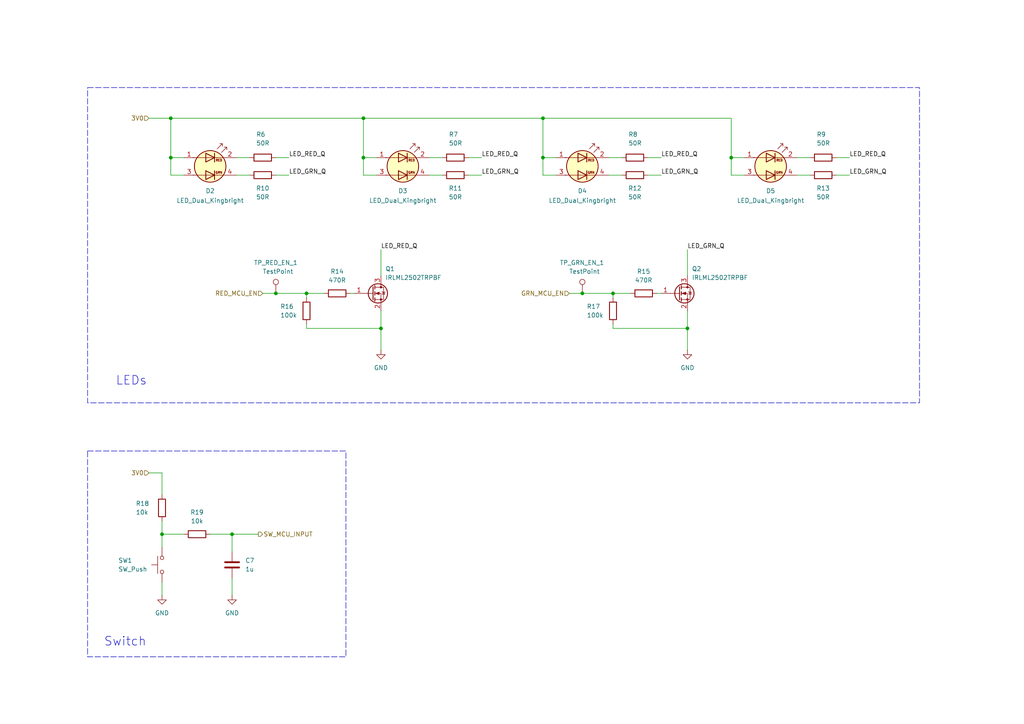
<source format=kicad_sch>
(kicad_sch (version 20231120) (generator "eeschema") (generator_version "8.0")
  (paper "A4")
  (title_block (title "Light Doorbell") (date "2024-10-21") (rev "V1.0") (company "Aalto ELEC-E8745") (comment 1 "Esteban CADIC"))
  (lib_symbols
    (symbol "PRJ_SYMBOLS:C" (pin_numbers hide) (pin_names (offset 0.254))
      (property "Reference" "C" (at 0.635 2.54 0))
      (property "Value" "C" (at 0.635 -2.54 0))
      (symbol "C_0_1"
        (polyline (pts (xy -2.032 -0.762) (xy 2.032 -0.762)) (stroke (width 0.508)))
        (polyline (pts (xy -2.032 0.762) (xy 2.032 0.762)) (stroke (width 0.508)))
      )
      (symbol "C_1_1"
        (pin passive line (at 0 3.81 270) (length 2.794) (name "~") (number "1"))
        (pin passive line (at 0 -3.81 90) (length 2.794) (name "~") (number "2"))
      )
    )
    (symbol "PRJ_SYMBOLS:GND" (power) (pin_numbers hide) (pin_names (offset 0) hide)
      (property "Value" "GND" (at 0 -3.81 0))
      (symbol "GND_0_1"
        (polyline (pts (xy 0 0) (xy 0 -1.27) (xy 1.27 -1.27) (xy 0 -2.54) (xy -1.27 -1.27) (xy 0 -1.27)))
      )
      (symbol "GND_1_1"
        (pin power_in line (at 0 0 270) (length 0) (name "~") (number "1"))
      )
    )
    (symbol "PRJ_SYMBOLS:IRLML2502TRPBF" (pin_names hide)
      (property "Reference" "Q" (at 5.08 1.905 0))
      (property "Value" "IRLML2502TRPBF" (at 5.08 0 0))
      (symbol "IRLML2502TRPBF_0_1"
        (polyline (pts (xy 0.254 0) (xy -2.54 0)))
        (polyline (pts (xy 0.254 1.905) (xy 0.254 -1.905)) (stroke (width 0.254)))
        (polyline (pts (xy 0.762 -1.27) (xy 0.762 -2.286)) (stroke (width 0.254)))
        (polyline (pts (xy 0.762 0.508) (xy 0.762 -0.508)) (stroke (width 0.254)))
        (polyline (pts (xy 0.762 2.286) (xy 0.762 1.27)) (stroke (width 0.254)))
        (polyline (pts (xy 2.54 2.54) (xy 2.54 1.778)))
        (polyline (pts (xy 2.54 -2.54) (xy 2.54 0) (xy 0.762 0)))
        (polyline (pts (xy 0.762 -1.778) (xy 3.302 -1.778) (xy 3.302 1.778) (xy 0.762 1.778)))
        (polyline (pts (xy 1.016 0) (xy 2.032 0.381) (xy 2.032 -0.381) (xy 1.016 0)) (fill (type outline)))
        (polyline (pts (xy 2.794 0.508) (xy 2.921 0.381) (xy 3.683 0.381) (xy 3.81 0.254)))
        (polyline (pts (xy 3.302 0.381) (xy 2.921 -0.254) (xy 3.683 -0.254) (xy 3.302 0.381)))
        (circle (center 1.651 0) (radius 2.794) (stroke (width 0.254)))
        (circle (center 2.54 -1.778) (radius 0.254) (fill (type outline)))
        (circle (center 2.54 1.778) (radius 0.254) (fill (type outline)))
      )
      (symbol "IRLML2502TRPBF_1_1"
        (pin input line (at -5.08 0 0) (length 2.54) (name "G") (number "1"))
        (pin passive line (at 2.54 -5.08 90) (length 2.54) (name "S") (number "2"))
        (pin passive line (at 2.54 5.08 270) (length 2.54) (name "D") (number "3"))
      )
    )
    (symbol "PRJ_SYMBOLS:LED_Dual_Kingbright" (pin_names (offset 0) hide)
      (property "Reference" "D" (at 0 5.715 0))
      (property "Value" "LED_Dual_Kingbright" (at 0 -6.35 0))
      (symbol "LED_Dual_Kingbright_0_1"
        (polyline (pts (xy -5.08 -2.54) (xy 2.032 -2.54)))
        (polyline (pts (xy -5.08 2.54) (xy 2.032 2.54)))
        (polyline (pts (xy 1.27 -1.27) (xy 1.27 -3.81)) (stroke (width 0.254)))
        (polyline (pts (xy 1.27 3.81) (xy 1.27 1.27)) (stroke (width 0.254)))
        (polyline (pts (xy 3.81 -2.54) (xy 1.905 -2.54)))
        (polyline (pts (xy 3.81 2.54) (xy 1.905 2.54)))
        (polyline (pts (xy -1.27 -1.27) (xy -1.27 -3.81) (xy 1.27 -2.54) (xy -1.27 -1.27)) (stroke (width 0.254)))
        (polyline (pts (xy -1.27 3.81) (xy -1.27 1.27) (xy 1.27 2.54) (xy -1.27 3.81)) (stroke (width 0.254)))
        (polyline (pts (xy 2.032 5.08) (xy 3.556 6.604) (xy 2.794 6.604) (xy 3.556 6.604) (xy 3.556 5.842)))
        (polyline (pts (xy 3.302 4.064) (xy 4.826 5.588) (xy 4.064 5.588) (xy 4.826 5.588) (xy 4.826 4.826)))
        (circle (center 0 0) (radius 4.572) (stroke (width 0.254)) (fill (type background)))
      )
      (symbol "LED_Dual_Kingbright_1_1"
        (text "GRN" (at 2.54 -1.778 0) (effects (font (size 0.635 0.635))))
        (text "RED" (at 2.54 1.778 0) (effects (font (size 0.635 0.635))))
        (pin input line (at -7.62 2.54 0) (length 3.048) (name "A1") (number "1"))
        (pin input line (at 7.62 2.54 180) (length 3.81) (name "K1") (number "2"))
        (pin input line (at -7.62 -2.54 0) (length 3.048) (name "A2") (number "3"))
        (pin input line (at 7.62 -2.54 180) (length 3.81) (name "K2") (number "4"))
      )
    )
    (symbol "PRJ_SYMBOLS:R" (pin_numbers hide) (pin_names (offset 0))
      (property "Reference" "R" (at 2.032 0 90))
      (property "Value" "R" (at 0 0 90))
      (symbol "R_0_1"
        (rectangle (start -1.016 -2.54) (end 1.016 2.54) (stroke (width 0.254)))
      )
      (symbol "R_1_1"
        (pin passive line (at 0 3.81 270) (length 1.27) (name "~") (number "1"))
        (pin passive line (at 0 -3.81 90) (length 1.27) (name "~") (number "2"))
      )
    )
    (symbol "PRJ_SYMBOLS:SW_Push" (pin_numbers hide) (pin_names (offset 1.016) hide)
      (property "Reference" "SW" (at 1.27 2.54 0))
      (property "Value" "SW_Push" (at 0 -1.524 0))
      (symbol "SW_Push_0_1"
        (circle (center -2.032 0) (radius 0.508))
        (polyline (pts (xy 0 1.27) (xy 0 3.048)))
        (polyline (pts (xy 2.54 1.27) (xy -2.54 1.27)))
        (circle (center 2.032 0) (radius 0.508))
        (pin passive line (at -5.08 0 0) (length 2.54) (name "1") (number "1"))
        (pin passive line (at 5.08 0 180) (length 2.54) (name "2") (number "2"))
      )
    )
    (symbol "PRJ_SYMBOLS:TestPoint" (pin_numbers hide) (pin_names (offset 0.762) hide)
      (property "Reference" "TP" (at 0 6.858 0))
      (property "Value" "TestPoint" (at 0 5.08 0))
      (symbol "TestPoint_0_1"
        (circle (center 0 3.302) (radius 0.762))
      )
      (symbol "TestPoint_1_1"
        (pin passive line (at 0 0 90) (length 2.54) (name "1") (number "1"))
      )
    )
  )
  (junction (at 49.53 34.29))
  (junction (at 199.39 95.25))
  (junction (at 105.41 34.29))
  (junction (at 49.53 45.72))
  (junction (at 46.99 154.94))
  (junction (at 88.9 85.09))
  (junction (at 212.09 45.72))
  (junction (at 177.8 85.09))
  (junction (at 105.41 45.72))
  (junction (at 67.31 154.94))
  (junction (at 157.48 45.72))
  (junction (at 110.49 95.25))
  (junction (at 80.01 85.09))
  (junction (at 168.91 85.09))
  (junction (at 157.48 34.29))
  (wire (pts (xy 60.96 154.94) (xy 67.31 154.94)))
  (wire (pts (xy 110.49 72.39) (xy 110.49 80.01)))
  (wire (pts (xy 80.01 85.09) (xy 88.9 85.09)))
  (wire (pts (xy 68.58 45.72) (xy 72.39 45.72)))
  (wire (pts (xy 212.09 34.29) (xy 212.09 45.72)))
  (wire (pts (xy 157.48 45.72) (xy 161.29 45.72)))
  (wire (pts (xy 46.99 154.94) (xy 53.34 154.94)))
  (wire (pts (xy 43.18 34.29) (xy 49.53 34.29)))
  (wire (pts (xy 46.99 137.16) (xy 43.18 137.16)))
  (wire (pts (xy 49.53 45.72) (xy 53.34 45.72)))
  (wire (pts (xy 190.5 85.09) (xy 191.77 85.09)))
  (wire (pts (xy 105.41 45.72) (xy 109.22 45.72)))
  (wire (pts (xy 168.91 85.09) (xy 177.8 85.09)))
  (wire (pts (xy 68.58 50.8) (xy 72.39 50.8)))
  (wire (pts (xy 157.48 50.8) (xy 157.48 45.72)))
  (wire (pts (xy 215.9 50.8) (xy 212.09 50.8)))
  (wire (pts (xy 46.99 151.13) (xy 46.99 154.94)))
  (wire (pts (xy 231.14 50.8) (xy 234.95 50.8)))
  (wire (pts (xy 157.48 34.29) (xy 212.09 34.29)))
  (wire (pts (xy 124.46 50.8) (xy 128.27 50.8)))
  (wire (pts (xy 176.53 50.8) (xy 180.34 50.8)))
  (wire (pts (xy 105.41 34.29) (xy 105.41 45.72)))
  (wire (pts (xy 101.6 85.09) (xy 102.87 85.09)))
  (wire (pts (xy 165.1 85.09) (xy 168.91 85.09)))
  (wire (pts (xy 212.09 50.8) (xy 212.09 45.72)))
  (wire (pts (xy 109.22 50.8) (xy 105.41 50.8)))
  (wire (pts (xy 161.29 50.8) (xy 157.48 50.8)))
  (wire (pts (xy 157.48 34.29) (xy 157.48 45.72)))
  (wire (pts (xy 187.96 50.8) (xy 191.77 50.8)))
  (wire (pts (xy 242.57 50.8) (xy 246.38 50.8)))
  (wire (pts (xy 231.14 45.72) (xy 234.95 45.72)))
  (wire (pts (xy 187.96 45.72) (xy 191.77 45.72)))
  (wire (pts (xy 199.39 95.25) (xy 199.39 90.17)))
  (wire (pts (xy 88.9 93.98) (xy 88.9 95.25)))
  (wire (pts (xy 46.99 137.16) (xy 46.99 143.51)))
  (wire (pts (xy 105.41 50.8) (xy 105.41 45.72)))
  (wire (pts (xy 49.53 50.8) (xy 49.53 45.72)))
  (wire (pts (xy 212.09 45.72) (xy 215.9 45.72)))
  (wire (pts (xy 135.89 45.72) (xy 139.7 45.72)))
  (wire (pts (xy 110.49 95.25) (xy 110.49 90.17)))
  (wire (pts (xy 67.31 160.02) (xy 67.31 154.94)))
  (wire (pts (xy 177.8 93.98) (xy 177.8 95.25)))
  (wire (pts (xy 88.9 85.09) (xy 88.9 86.36)))
  (wire (pts (xy 124.46 45.72) (xy 128.27 45.72)))
  (wire (pts (xy 177.8 95.25) (xy 199.39 95.25)))
  (wire (pts (xy 105.41 34.29) (xy 157.48 34.29)))
  (wire (pts (xy 80.01 50.8) (xy 83.82 50.8)))
  (wire (pts (xy 46.99 154.94) (xy 46.99 158.75)))
  (wire (pts (xy 177.8 85.09) (xy 177.8 86.36)))
  (wire (pts (xy 49.53 34.29) (xy 105.41 34.29)))
  (wire (pts (xy 93.98 85.09) (xy 88.9 85.09)))
  (wire (pts (xy 80.01 45.72) (xy 83.82 45.72)))
  (wire (pts (xy 67.31 154.94) (xy 74.93 154.94)))
  (wire (pts (xy 199.39 72.39) (xy 199.39 80.01)))
  (wire (pts (xy 242.57 45.72) (xy 246.38 45.72)))
  (wire (pts (xy 135.89 50.8) (xy 139.7 50.8)))
  (wire (pts (xy 199.39 95.25) (xy 199.39 101.6)))
  (wire (pts (xy 176.53 45.72) (xy 180.34 45.72)))
  (wire (pts (xy 46.99 168.91) (xy 46.99 172.72)))
  (wire (pts (xy 182.88 85.09) (xy 177.8 85.09)))
  (wire (pts (xy 88.9 95.25) (xy 110.49 95.25)))
  (wire (pts (xy 110.49 95.25) (xy 110.49 101.6)))
  (wire (pts (xy 67.31 167.64) (xy 67.31 172.72)))
  (wire (pts (xy 76.2 85.09) (xy 80.01 85.09)))
  (wire (pts (xy 53.34 50.8) (xy 49.53 50.8)))
  (wire (pts (xy 49.53 34.29) (xy 49.53 45.72)))
  (rectangle (start 25.4 130.81) (end 100.33 190.5) (stroke (width 0) (type dash)))
  (rectangle (start 25.4 25.4) (end 266.7 116.84) (stroke (width 0) (type dash)))
  (text "Switch" (at 36.322 186.182 0) (effects (font (size 2.54 2.54))))
  (text "LEDs" (at 38.1 110.49 0) (effects (font (size 2.54 2.54))))
  (label "LED_RED_Q" (at 191.77 45.72 0))
  (label "LED_GRN_Q" (at 199.39 72.39 0))
  (label "LED_GRN_Q" (at 191.77 50.8 0))
  (label "LED_RED_Q" (at 110.49 72.39 0))
  (label "LED_GRN_Q" (at 83.82 50.8 0))
  (label "LED_RED_Q" (at 139.7 45.72 0))
  (label "LED_RED_Q" (at 83.82 45.72 0))
  (label "LED_RED_Q" (at 246.38 45.72 0))
  (label "LED_GRN_Q" (at 139.7 50.8 0))
  (label "LED_GRN_Q" (at 246.38 50.8 0))
  (hierarchical_label "SW_MCU_INPUT" (shape output) (at 74.93 154.94 0))
  (hierarchical_label "3V0" (shape input) (at 43.18 34.29 180))
  (hierarchical_label "3V0" (shape input) (at 43.18 137.16 180))
  (hierarchical_label "GRN_MCU_EN" (shape input) (at 165.1 85.09 180))
  (hierarchical_label "RED_MCU_EN" (shape input) (at 76.2 85.09 180))
  (symbol (lib_id "PRJ_SYMBOLS:R") (at 97.79 85.09 270) (unit 1)
    (property "Reference" "R14" (at 97.79 78.74 90))
    (property "Value" "470R" (at 97.79 81.28 90))
    (property "Footprint" "PRJ_FOOTPRINTS:R_0805_2012Metric_Pad1.20x1.40mm_HandSolder" (effects (hide yes)))
    (property "Description" "Resistor" (effects (hide yes)))
    (property "LCSC" "C2907329" (effects (hide yes)))
  )
  (symbol (lib_id "PRJ_SYMBOLS:R") (at 76.2 50.8 90) (unit 1)
    (property "Reference" "R10" (at 76.2 54.61 90))
    (property "Value" "50R" (at 76.2 57.15 90))
    (property "Footprint" "PRJ_FOOTPRINTS:R_0805_2012Metric_Pad1.20x1.40mm_HandSolder" (effects (hide yes)))
    (property "Description" "Resistor" (effects (hide yes)))
    (property "LCSC" "C2828866" (effects (hide yes)))
  )
  (symbol (lib_id "PRJ_SYMBOLS:TestPoint") (at 80.01 85.09 0) (unit 1)
    (property "Reference" "TP_RED_EN_1" (at 86.36 76.2 0) (effects (justify right)))
    (property "Value" "TestPoint" (at 85.09 78.74 0) (effects (justify right)))
    (property "Footprint" "PRJ_FOOTPRINTS:TestPoint_Pad_D2.0mm" (effects (hide yes)))
    (property "Description" "test point" (effects (hide yes)))
  )
  (symbol (lib_id "PRJ_SYMBOLS:R") (at 57.15 154.94 270) (unit 1)
    (property "Reference" "R19" (at 57.15 148.59 90))
    (property "Value" "10k" (at 57.15 151.13 90))
    (property "Footprint" "PRJ_FOOTPRINTS:R_0805_2012Metric_Pad1.20x1.40mm_HandSolder" (effects (hide yes)))
    (property "Description" "Resistor" (effects (hide yes)))
    (property "LCSC" "C17414" (effects (hide yes)))
  )
  (symbol (lib_id "PRJ_SYMBOLS:R") (at 88.9 90.17 0) (unit 1)
    (property "Reference" "R16" (at 81.28 88.9 0) (effects (justify left)))
    (property "Value" "100k" (at 81.28 91.44 0) (effects (justify left)))
    (property "Footprint" "PRJ_FOOTPRINTS:R_0805_2012Metric_Pad1.20x1.40mm_HandSolder" (effects (hide yes)))
    (property "Description" "Resistor" (effects (hide yes)))
    (property "LCSC" "C25611" (effects (hide yes)))
  )
  (symbol (lib_id "PRJ_SYMBOLS:GND") (at 46.99 172.72 0) (unit 1)
    (property "Reference" "#PWR020" (effects (hide yes)))
    (property "Value" "GND" (at 46.99 177.8 0))
    (property "Description" "Power symbol creates a global label with name \"GND\" , ground" (effects (hide yes)))
  )
  (symbol (lib_id "PRJ_SYMBOLS:IRLML2502TRPBF") (at 196.85 85.09 0) (unit 1)
    (property "Reference" "Q2" (at 200.66 77.978 0) (effects (justify left)))
    (property "Value" "IRLML2502TRPBF" (at 200.66 80.518 0) (effects (justify left)))
    (property "Footprint" "PRJ_FOOTPRINTS:SOT-23_Handsoldering" (effects (hide yes)))
    (property "Datasheet" "https://www.infineon.com/dgdl/irlml2502pbf-1.pdf?fileId=5546d462533600a4015356680e672608" (effects (hide yes)))
    (property "Description" "N-Channel MOSFET, 20V Vds, 4.2A Id, 45 mΩ Rds(on), SOT-23" (effects (hide yes)))
    (property "LCSC" "C2589" (effects (hide yes)))
  )
  (symbol (lib_id "PRJ_SYMBOLS:LED_Dual_Kingbright") (at 116.84 48.26 0) (unit 1)
    (property "Reference" "D3" (at 116.84 55.372 0))
    (property "Value" "LED_Dual_Kingbright" (at 116.84 58.166 0))
    (property "Footprint" "PRJ_FOOTPRINTS:LED_Kingbright_KPBD-3224" (effects (hide yes)))
    (property "Datasheet" "https://www.lcsc.com/datasheet/lcsc_datasheet_2008121136_Kingbright-KPBD-3224SURKCGKC_C598328.pdf" (effects (hide yes)))
    (property "Description" "Dual LED, red, green-yellow, 20°, SMD" (effects (hide yes)))
    (property "LCSC" "C598328" (effects (hide yes)))
  )
  (symbol (lib_id "PRJ_SYMBOLS:R") (at 238.76 50.8 90) (unit 1)
    (property "Reference" "R13" (at 238.76 54.61 90))
    (property "Value" "50R" (at 238.76 57.15 90))
    (property "Footprint" "PRJ_FOOTPRINTS:R_0805_2012Metric_Pad1.20x1.40mm_HandSolder" (effects (hide yes)))
    (property "Description" "Resistor" (effects (hide yes)))
    (property "LCSC" "C2828866" (effects (hide yes)))
  )
  (symbol (lib_id "PRJ_SYMBOLS:R") (at 132.08 45.72 270) (unit 1)
    (property "Reference" "R7" (at 130.175 38.989 90) (effects (justify left)))
    (property "Value" "50R" (at 130.175 41.529 90) (effects (justify left)))
    (property "Footprint" "PRJ_FOOTPRINTS:R_0805_2012Metric_Pad1.20x1.40mm_HandSolder" (effects (hide yes)))
    (property "Description" "Resistor" (effects (hide yes)))
    (property "LCSC" "C2828866" (effects (hide yes)))
  )
  (symbol (lib_id "PRJ_SYMBOLS:R") (at 76.2 45.72 270) (unit 1)
    (property "Reference" "R6" (at 74.295 38.989 90) (effects (justify left)))
    (property "Value" "50R" (at 74.295 41.529 90) (effects (justify left)))
    (property "Footprint" "PRJ_FOOTPRINTS:R_0805_2012Metric_Pad1.20x1.40mm_HandSolder" (effects (hide yes)))
    (property "Description" "Resistor" (effects (hide yes)))
    (property "LCSC" "C2828866" (effects (hide yes)))
  )
  (symbol (lib_id "PRJ_SYMBOLS:R") (at 184.15 45.72 270) (unit 1)
    (property "Reference" "R8" (at 182.245 38.989 90) (effects (justify left)))
    (property "Value" "50R" (at 182.245 41.529 90) (effects (justify left)))
    (property "Footprint" "PRJ_FOOTPRINTS:R_0805_2012Metric_Pad1.20x1.40mm_HandSolder" (effects (hide yes)))
    (property "Description" "Resistor" (effects (hide yes)))
    (property "LCSC" "C2828866" (effects (hide yes)))
  )
  (symbol (lib_id "PRJ_SYMBOLS:R") (at 238.76 45.72 270) (unit 1)
    (property "Reference" "R9" (at 236.855 38.989 90) (effects (justify left)))
    (property "Value" "50R" (at 236.855 41.529 90) (effects (justify left)))
    (property "Footprint" "PRJ_FOOTPRINTS:R_0805_2012Metric_Pad1.20x1.40mm_HandSolder" (effects (hide yes)))
    (property "Description" "Resistor" (effects (hide yes)))
    (property "LCSC" "C2828866" (effects (hide yes)))
  )
  (symbol (lib_id "PRJ_SYMBOLS:GND") (at 199.39 101.6 0) (unit 1)
    (property "Reference" "#PWR019" (effects (hide yes)))
    (property "Value" "GND" (at 199.39 106.68 0))
    (property "Description" "Power symbol creates a global label with name \"GND\" , ground" (effects (hide yes)))
  )
  (symbol (lib_id "PRJ_SYMBOLS:R") (at 177.8 90.17 0) (unit 1)
    (property "Reference" "R17" (at 170.18 88.9 0) (effects (justify left)))
    (property "Value" "100k" (at 170.18 91.44 0) (effects (justify left)))
    (property "Footprint" "PRJ_FOOTPRINTS:R_0805_2012Metric_Pad1.20x1.40mm_HandSolder" (effects (hide yes)))
    (property "Description" "Resistor" (effects (hide yes)))
    (property "LCSC" "C25611" (effects (hide yes)))
  )
  (symbol (lib_id "PRJ_SYMBOLS:GND") (at 67.31 172.72 0) (unit 1)
    (property "Reference" "#PWR021" (effects (hide yes)))
    (property "Value" "GND" (at 67.31 177.8 0))
    (property "Description" "Power symbol creates a global label with name \"GND\" , ground" (effects (hide yes)))
  )
  (symbol (lib_id "PRJ_SYMBOLS:LED_Dual_Kingbright") (at 60.96 48.26 0) (unit 1)
    (property "Reference" "D2" (at 60.96 55.372 0))
    (property "Value" "LED_Dual_Kingbright" (at 60.96 58.166 0))
    (property "Footprint" "PRJ_FOOTPRINTS:LED_Kingbright_KPBD-3224" (effects (hide yes)))
    (property "Datasheet" "https://www.lcsc.com/datasheet/lcsc_datasheet_2008121136_Kingbright-KPBD-3224SURKCGKC_C598328.pdf" (effects (hide yes)))
    (property "Description" "Dual LED, red, green-yellow, 20°, SMD" (effects (hide yes)))
    (property "LCSC" "C598328" (effects (hide yes)))
  )
  (symbol (lib_id "PRJ_SYMBOLS:R") (at 186.69 85.09 270) (unit 1)
    (property "Reference" "R15" (at 186.69 78.74 90))
    (property "Value" "470R" (at 186.69 81.28 90))
    (property "Footprint" "PRJ_FOOTPRINTS:R_0805_2012Metric_Pad1.20x1.40mm_HandSolder" (effects (hide yes)))
    (property "Description" "Resistor" (effects (hide yes)))
    (property "LCSC" "C2907329" (effects (hide yes)))
  )
  (symbol (lib_id "PRJ_SYMBOLS:R") (at 132.08 50.8 90) (unit 1)
    (property "Reference" "R11" (at 132.08 54.61 90))
    (property "Value" "50R" (at 132.08 57.15 90))
    (property "Footprint" "PRJ_FOOTPRINTS:R_0805_2012Metric_Pad1.20x1.40mm_HandSolder" (effects (hide yes)))
    (property "Description" "Resistor" (effects (hide yes)))
    (property "LCSC" "C2828866" (effects (hide yes)))
  )
  (symbol (lib_id "PRJ_SYMBOLS:LED_Dual_Kingbright") (at 168.91 48.26 0) (unit 1)
    (property "Reference" "D4" (at 168.91 55.372 0))
    (property "Value" "LED_Dual_Kingbright" (at 168.91 58.166 0))
    (property "Footprint" "PRJ_FOOTPRINTS:LED_Kingbright_KPBD-3224" (effects (hide yes)))
    (property "Datasheet" "https://www.lcsc.com/datasheet/lcsc_datasheet_2008121136_Kingbright-KPBD-3224SURKCGKC_C598328.pdf" (effects (hide yes)))
    (property "Description" "Dual LED, red, green-yellow, 20°, SMD" (effects (hide yes)))
    (property "LCSC" "C598328" (effects (hide yes)))
  )
  (symbol (lib_id "PRJ_SYMBOLS:R") (at 46.99 147.32 0) (unit 1)
    (property "Reference" "R18" (at 39.37 146.05 0) (effects (justify left)))
    (property "Value" "10k" (at 39.37 148.59 0) (effects (justify left)))
    (property "Footprint" "PRJ_FOOTPRINTS:R_0805_2012Metric_Pad1.20x1.40mm_HandSolder" (effects (hide yes)))
    (property "Description" "Resistor" (effects (hide yes)))
    (property "LCSC" "C17414" (effects (hide yes)))
  )
  (symbol (lib_id "PRJ_SYMBOLS:C") (at 67.31 163.83 0) (unit 1)
    (property "Reference" "C7" (at 71.12 162.5599 0) (effects (justify left)))
    (property "Value" "1u" (at 71.12 165.0999 0) (effects (justify left)))
    (property "Footprint" "PRJ_FOOTPRINTS:C_0805_2012Metric_Pad1.18x1.45mm_HandSolder" (effects (hide yes)))
    (property "Description" "Unpolarized capacitor" (effects (hide yes)))
    (property "LCSC" "C2798196" (effects (hide yes)))
  )
  (symbol (lib_id "PRJ_SYMBOLS:IRLML2502TRPBF") (at 107.95 85.09 0) (unit 1)
    (property "Reference" "Q1" (at 111.76 77.978 0) (effects (justify left)))
    (property "Value" "IRLML2502TRPBF" (at 111.76 80.518 0) (effects (justify left)))
    (property "Footprint" "PRJ_FOOTPRINTS:SOT-23_Handsoldering" (effects (hide yes)))
    (property "Datasheet" "https://www.infineon.com/dgdl/irlml2502pbf-1.pdf?fileId=5546d462533600a4015356680e672608" (effects (hide yes)))
    (property "Description" "N-Channel MOSFET, 20V Vds, 4.2A Id, 45 mΩ Rds(on), SOT-23" (effects (hide yes)))
    (property "LCSC" "C2589" (effects (hide yes)))
  )
  (symbol (lib_id "PRJ_SYMBOLS:SW_Push") (at 46.99 163.83 90) (unit 1)
    (property "Reference" "SW1" (at 34.29 162.56 90) (effects (justify right)))
    (property "Value" "SW_Push" (at 34.29 165.1 90) (effects (justify right)))
    (property "Footprint" "PRJ_FOOTPRINTS:SW_Push" (effects (hide yes)))
    (property "Datasheet" "https://www.lcsc.com/datasheet/lcsc_datasheet_1912111437_XUNPU-TS-1003ST-26_C455234.pdf" (effects (hide yes)))
    (property "Description" "Push button switch, generic, two pins" (effects (hide yes)))
    (property "LCSC" "C455234" (effects (hide yes)))
  )
  (symbol (lib_id "PRJ_SYMBOLS:GND") (at 110.49 101.6 0) (unit 1)
    (property "Reference" "#PWR018" (effects (hide yes)))
    (property "Value" "GND" (at 110.49 106.68 0))
    (property "Description" "Power symbol creates a global label with name \"GND\" , ground" (effects (hide yes)))
  )
  (symbol (lib_id "PRJ_SYMBOLS:LED_Dual_Kingbright") (at 223.52 48.26 0) (unit 1)
    (property "Reference" "D5" (at 223.52 55.372 0))
    (property "Value" "LED_Dual_Kingbright" (at 223.52 58.166 0))
    (property "Footprint" "PRJ_FOOTPRINTS:LED_Kingbright_KPBD-3224" (effects (hide yes)))
    (property "Datasheet" "https://www.lcsc.com/datasheet/lcsc_datasheet_2008121136_Kingbright-KPBD-3224SURKCGKC_C598328.pdf" (effects (hide yes)))
    (property "Description" "Dual LED, red, green-yellow, 20°, SMD" (effects (hide yes)))
    (property "LCSC" "C598328" (effects (hide yes)))
  )
  (symbol (lib_id "PRJ_SYMBOLS:R") (at 184.15 50.8 90) (unit 1)
    (property "Reference" "R12" (at 184.15 54.61 90))
    (property "Value" "50R" (at 184.15 57.15 90))
    (property "Footprint" "PRJ_FOOTPRINTS:R_0805_2012Metric_Pad1.20x1.40mm_HandSolder" (effects (hide yes)))
    (property "Description" "Resistor" (effects (hide yes)))
    (property "LCSC" "C2828866" (effects (hide yes)))
  )
  (symbol (lib_id "PRJ_SYMBOLS:TestPoint") (at 168.91 85.09 0) (unit 1)
    (property "Reference" "TP_GRN_EN_1" (at 175.26 76.2 0) (effects (justify right)))
    (property "Value" "TestPoint" (at 173.99 78.74 0) (effects (justify right)))
    (property "Footprint" "PRJ_FOOTPRINTS:TestPoint_Pad_D2.0mm" (effects (hide yes)))
    (property "Description" "test point" (effects (hide yes)))
  )
)
</source>
